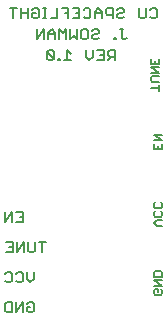
<source format=gbo>
G75*
G70*
%OFA0B0*%
%FSLAX24Y24*%
%IPPOS*%
%LPD*%
%AMOC8*
5,1,8,0,0,1.08239X$1,22.5*
%
%ADD10C,0.0060*%
%ADD11C,0.0050*%
D10*
X002259Y002681D02*
X002203Y002738D01*
X002203Y002965D01*
X002259Y003021D01*
X002430Y003021D01*
X002430Y002681D01*
X002259Y002681D01*
X002571Y002681D02*
X002571Y003021D01*
X002798Y003021D02*
X002571Y002681D01*
X002798Y002681D02*
X002798Y003021D01*
X002939Y002965D02*
X002996Y003021D01*
X003110Y003021D01*
X003166Y002965D01*
X003166Y002738D01*
X003110Y002681D01*
X002996Y002681D01*
X002939Y002738D01*
X002939Y002851D01*
X003053Y002851D01*
X003053Y003681D02*
X002939Y003795D01*
X002939Y004021D01*
X002798Y003965D02*
X002798Y003738D01*
X002741Y003681D01*
X002628Y003681D01*
X002571Y003738D01*
X002430Y003738D02*
X002373Y003681D01*
X002259Y003681D01*
X002203Y003738D01*
X002203Y003965D02*
X002259Y004021D01*
X002373Y004021D01*
X002430Y003965D01*
X002430Y003738D01*
X002571Y003965D02*
X002628Y004021D01*
X002741Y004021D01*
X002798Y003965D01*
X003053Y003681D02*
X003166Y003795D01*
X003166Y004021D01*
X003141Y004681D02*
X003028Y004681D01*
X002971Y004738D01*
X002971Y005021D01*
X002830Y005021D02*
X002830Y004681D01*
X002603Y004681D02*
X002603Y005021D01*
X002461Y005021D02*
X002461Y004681D01*
X002234Y004681D01*
X002348Y004851D02*
X002461Y004851D01*
X002461Y005021D02*
X002234Y005021D01*
X002603Y004681D02*
X002830Y005021D01*
X003198Y005021D02*
X003198Y004738D01*
X003141Y004681D01*
X003339Y005021D02*
X003566Y005021D01*
X003453Y005021D02*
X003453Y004681D01*
X002816Y005681D02*
X002589Y005681D01*
X002448Y005681D02*
X002448Y006021D01*
X002221Y005681D01*
X002221Y006021D01*
X002589Y006021D02*
X002816Y006021D01*
X002816Y005681D01*
X002816Y005851D02*
X002703Y005851D01*
X003670Y011081D02*
X003784Y011081D01*
X003841Y011138D01*
X003614Y011365D01*
X003614Y011138D01*
X003670Y011081D01*
X003841Y011138D02*
X003841Y011365D01*
X003784Y011421D01*
X003670Y011421D01*
X003614Y011365D01*
X003645Y011781D02*
X003645Y012008D01*
X003759Y012121D01*
X003872Y012008D01*
X003872Y011781D01*
X004014Y011781D02*
X004014Y012121D01*
X004127Y012008D01*
X004241Y012121D01*
X004241Y011781D01*
X004382Y011781D02*
X004382Y012121D01*
X004609Y012121D02*
X004609Y011781D01*
X004495Y011895D01*
X004382Y011781D01*
X004280Y011421D02*
X004280Y011081D01*
X004393Y011081D02*
X004166Y011081D01*
X004025Y011081D02*
X004025Y011138D01*
X003968Y011138D01*
X003968Y011081D01*
X004025Y011081D01*
X004280Y011421D02*
X004393Y011308D01*
X004807Y011781D02*
X004750Y011838D01*
X004750Y012065D01*
X004807Y012121D01*
X004920Y012121D01*
X004977Y012065D01*
X004977Y011838D01*
X004920Y011781D01*
X004807Y011781D01*
X004903Y011421D02*
X004903Y011195D01*
X005016Y011081D01*
X005130Y011195D01*
X005130Y011421D01*
X005271Y011421D02*
X005498Y011421D01*
X005498Y011081D01*
X005271Y011081D01*
X005384Y011251D02*
X005498Y011251D01*
X005639Y011251D02*
X005696Y011195D01*
X005866Y011195D01*
X005753Y011195D02*
X005639Y011081D01*
X005639Y011251D02*
X005639Y011365D01*
X005696Y011421D01*
X005866Y011421D01*
X005866Y011081D01*
X005841Y011781D02*
X005898Y011781D01*
X005898Y011838D01*
X005841Y011838D01*
X005841Y011781D01*
X006096Y011838D02*
X006096Y012121D01*
X006153Y012121D02*
X006039Y012121D01*
X006096Y011838D02*
X006153Y011781D01*
X006210Y011781D01*
X006266Y011838D01*
X006105Y012481D02*
X005991Y012481D01*
X005934Y012538D01*
X005934Y012595D01*
X005991Y012651D01*
X006105Y012651D01*
X006161Y012708D01*
X006161Y012765D01*
X006105Y012821D01*
X005991Y012821D01*
X005934Y012765D01*
X005793Y012821D02*
X005793Y012481D01*
X005793Y012595D02*
X005623Y012595D01*
X005566Y012651D01*
X005566Y012765D01*
X005623Y012821D01*
X005793Y012821D01*
X005425Y012708D02*
X005425Y012481D01*
X005425Y012651D02*
X005198Y012651D01*
X005198Y012708D02*
X005198Y012481D01*
X005056Y012538D02*
X005056Y012765D01*
X005000Y012821D01*
X004886Y012821D01*
X004830Y012765D01*
X004830Y012538D02*
X004886Y012481D01*
X005000Y012481D01*
X005056Y012538D01*
X005198Y012708D02*
X005311Y012821D01*
X005425Y012708D01*
X005289Y012121D02*
X005175Y012121D01*
X005119Y012065D01*
X005175Y011951D02*
X005119Y011895D01*
X005119Y011838D01*
X005175Y011781D01*
X005289Y011781D01*
X005345Y011838D01*
X005289Y011951D02*
X005175Y011951D01*
X005289Y011951D02*
X005345Y012008D01*
X005345Y012065D01*
X005289Y012121D01*
X004688Y012481D02*
X004461Y012481D01*
X004320Y012481D02*
X004320Y012821D01*
X004093Y012821D01*
X003951Y012821D02*
X003951Y012481D01*
X003725Y012481D01*
X003583Y012481D02*
X003470Y012481D01*
X003526Y012481D02*
X003526Y012821D01*
X003470Y012821D02*
X003583Y012821D01*
X003338Y012765D02*
X003338Y012538D01*
X003281Y012481D01*
X003168Y012481D01*
X003111Y012538D01*
X003111Y012651D01*
X003224Y012651D01*
X003338Y012765D02*
X003281Y012821D01*
X003168Y012821D01*
X003111Y012765D01*
X002969Y012821D02*
X002969Y012481D01*
X002969Y012651D02*
X002742Y012651D01*
X002742Y012821D02*
X002742Y012481D01*
X002488Y012481D02*
X002488Y012821D01*
X002601Y012821D02*
X002374Y012821D01*
X003277Y012121D02*
X003277Y011781D01*
X003504Y012121D01*
X003504Y011781D01*
X003645Y011951D02*
X003872Y011951D01*
X004206Y012651D02*
X004320Y012651D01*
X004461Y012821D02*
X004688Y012821D01*
X004688Y012481D01*
X004688Y012651D02*
X004575Y012651D01*
X006105Y012481D02*
X006161Y012538D01*
X006671Y012538D02*
X006671Y012821D01*
X006671Y012538D02*
X006728Y012481D01*
X006841Y012481D01*
X006898Y012538D01*
X006898Y012821D01*
X007039Y012765D02*
X007096Y012821D01*
X007210Y012821D01*
X007266Y012765D01*
X007266Y012538D01*
X007210Y012481D01*
X007096Y012481D01*
X007039Y012538D01*
D11*
X007071Y011140D02*
X007071Y010960D01*
X007341Y010960D01*
X007341Y011140D01*
X007206Y011050D02*
X007206Y010960D01*
X007071Y010846D02*
X007341Y010846D01*
X007341Y010665D02*
X007071Y010846D01*
X007071Y010665D02*
X007341Y010665D01*
X007341Y010551D02*
X007116Y010551D01*
X007071Y010506D01*
X007071Y010416D01*
X007116Y010371D01*
X007341Y010371D01*
X007341Y010256D02*
X007341Y010076D01*
X007341Y010166D02*
X007071Y010166D01*
X007171Y008601D02*
X007441Y008601D01*
X007441Y008421D02*
X007171Y008601D01*
X007171Y008421D02*
X007441Y008421D01*
X007441Y008306D02*
X007441Y008126D01*
X007171Y008126D01*
X007171Y008306D01*
X007306Y008216D02*
X007306Y008126D01*
X007216Y006346D02*
X007171Y006301D01*
X007171Y006210D01*
X007216Y006165D01*
X007396Y006165D01*
X007441Y006210D01*
X007441Y006301D01*
X007396Y006346D01*
X007396Y006051D02*
X007441Y006006D01*
X007441Y005916D01*
X007396Y005871D01*
X007216Y005871D01*
X007171Y005916D01*
X007171Y006006D01*
X007216Y006051D01*
X007261Y005756D02*
X007171Y005666D01*
X007261Y005576D01*
X007441Y005576D01*
X007441Y005756D02*
X007261Y005756D01*
X007216Y004046D02*
X007396Y004046D01*
X007441Y004001D01*
X007441Y003865D01*
X007171Y003865D01*
X007171Y004001D01*
X007216Y004046D01*
X007171Y003751D02*
X007441Y003751D01*
X007441Y003571D02*
X007171Y003751D01*
X007171Y003571D02*
X007441Y003571D01*
X007396Y003456D02*
X007441Y003411D01*
X007441Y003321D01*
X007396Y003276D01*
X007216Y003276D01*
X007171Y003321D01*
X007171Y003411D01*
X007216Y003456D01*
X007306Y003456D01*
X007306Y003366D01*
M02*

</source>
